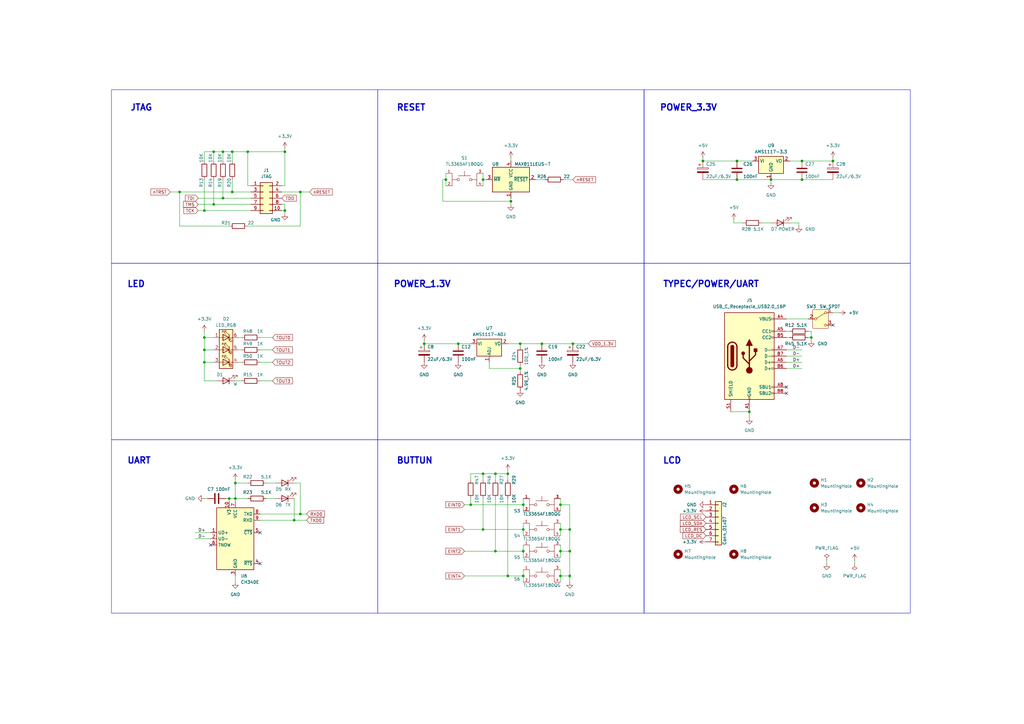
<source format=kicad_sch>
(kicad_sch (version 20230121) (generator eeschema)
  (paper "A3")
  (lib_symbols
    (symbol "Connector:USB_C_Receptacle_USB2.0_16P" (pin_names (offset 1.016))
      (property "Reference" "J" (at 0 22.225 0))
      (property "Value" "USB_C_Receptacle_USB2.0_16P" (at 0 19.685 0))
      (symbol "USB_C_Receptacle_USB2.0_16P_1_1"
        (pin passive line (at 0 -22.86 90) (length 5.08) (name "GND") (number "A1"))
        (pin passive line (at 0 -22.86 90) (length 5.08) hide (name "GND") (number "A12"))
        (pin passive line (at 15.24 15.24 180) (length 5.08) (name "VBUS") (number "A4"))
        (pin bidirectional line (at 15.24 10.16 180) (length 5.08) (name "CC1") (number "A5"))
        (pin bidirectional line (at 15.24 -2.54 180) (length 5.08) (name "D+") (number "A6"))
        (pin bidirectional line (at 15.24 2.54 180) (length 5.08) (name "D-") (number "A7"))
        (pin bidirectional line (at 15.24 -12.7 180) (length 5.08) (name "SBU1") (number "A8"))
        (pin passive line (at 15.24 15.24 180) (length 5.08) hide (name "VBUS") (number "A9"))
        (pin passive line (at 0 -22.86 90) (length 5.08) hide (name "GND") (number "B1"))
        (pin passive line (at 0 -22.86 90) (length 5.08) hide (name "GND") (number "B12"))
        (pin passive line (at 15.24 15.24 180) (length 5.08) hide (name "VBUS") (number "B4"))
        (pin bidirectional line (at 15.24 7.62 180) (length 5.08) (name "CC2") (number "B5"))
        (pin bidirectional line (at 15.24 -5.08 180) (length 5.08) (name "D+") (number "B6"))
        (pin bidirectional line (at 15.24 0 180) (length 5.08) (name "D-") (number "B7"))
        (pin bidirectional line (at 15.24 -15.24 180) (length 5.08) (name "SBU2") (number "B8"))
        (pin passive line (at 15.24 15.24 180) (length 5.08) hide (name "VBUS") (number "B9"))
        (pin passive line (at -7.62 -22.86 90) (length 5.08) (name "SHIELD") (number "S1"))
      )
    )
    (symbol "Connector_Generic:Conn_01x07" (pin_names (offset 1.016) hide)
      (property "Reference" "J" (at 0 10.16 0))
      (property "Value" "Conn_01x07" (at 0 -10.16 0))
      (symbol "Conn_01x07_1_1"
        (pin passive line (at -5.08 7.62 0) (length 3.81) (name "Pin_1") (number "1"))
        (pin passive line (at -5.08 5.08 0) (length 3.81) (name "Pin_2") (number "2"))
        (pin passive line (at -5.08 2.54 0) (length 3.81) (name "Pin_3") (number "3"))
        (pin passive line (at -5.08 0 0) (length 3.81) (name "Pin_4") (number "4"))
        (pin passive line (at -5.08 -2.54 0) (length 3.81) (name "Pin_5") (number "5"))
        (pin passive line (at -5.08 -5.08 0) (length 3.81) (name "Pin_6") (number "6"))
        (pin passive line (at -5.08 -7.62 0) (length 3.81) (name "Pin_7") (number "7"))
      )
    )
    (symbol "Connector_Generic:Conn_02x05_Odd_Even" (pin_names (offset 1.016) hide)
      (property "Reference" "J" (at 1.27 7.62 0))
      (property "Value" "Conn_02x05_Odd_Even" (at 1.27 -7.62 0))
      (symbol "Conn_02x05_Odd_Even_1_1"
        (pin passive line (at -5.08 5.08 0) (length 3.81) (name "Pin_1") (number "1"))
        (pin passive line (at 7.62 -5.08 180) (length 3.81) (name "Pin_10") (number "10"))
        (pin passive line (at 7.62 5.08 180) (length 3.81) (name "Pin_2") (number "2"))
        (pin passive line (at -5.08 2.54 0) (length 3.81) (name "Pin_3") (number "3"))
        (pin passive line (at 7.62 2.54 180) (length 3.81) (name "Pin_4") (number "4"))
        (pin passive line (at -5.08 0 0) (length 3.81) (name "Pin_5") (number "5"))
        (pin passive line (at 7.62 0 180) (length 3.81) (name "Pin_6") (number "6"))
        (pin passive line (at -5.08 -2.54 0) (length 3.81) (name "Pin_7") (number "7"))
        (pin passive line (at 7.62 -2.54 180) (length 3.81) (name "Pin_8") (number "8"))
        (pin passive line (at -5.08 -5.08 0) (length 3.81) (name "Pin_9") (number "9"))
      )
    )
    (symbol "Device:C" (pin_numbers hide) (pin_names (offset 0.254))
      (property "Reference" "C" (at 0.635 2.54 0))
      (property "Value" "C" (at 0.635 -2.54 0))
      (symbol "C_1_1"
        (pin passive line (at 0 3.81 270) (length 2.794) (name "~") (number "1"))
        (pin passive line (at 0 -3.81 90) (length 2.794) (name "~") (number "2"))
      )
    )
    (symbol "Device:C_Polarized" (pin_numbers hide) (pin_names (offset 0.254))
      (property "Reference" "C" (at 0.635 2.54 0))
      (property "Value" "C_Polarized" (at 0.635 -2.54 0))
      (symbol "C_Polarized_1_1"
        (pin passive line (at 0 3.81 270) (length 2.794) (name "~") (number "1"))
        (pin passive line (at 0 -3.81 90) (length 2.794) (name "~") (number "2"))
      )
    )
    (symbol "Device:LED" (pin_numbers hide) (pin_names (offset 1.016) hide)
      (property "Reference" "D" (at 0 2.54 0))
      (property "Value" "LED" (at 0 -2.54 0))
      (symbol "LED_1_1"
        (pin passive line (at -3.81 0 0) (length 2.54) (name "K") (number "1"))
        (pin passive line (at 3.81 0 180) (length 2.54) (name "A") (number "2"))
      )
    )
    (symbol "Device:LED_RGB" (pin_names (offset 0) hide)
      (property "Reference" "D2" (at 0 12.7 0))
      (property "Value" "LED_RGB" (at 0 10.16 0))
      (symbol "LED_RGB_0_0"
        (text "B" (at 1.905 -6.35 0) (effects (font (size 1.27 1.27))))
        (text "G" (at 1.9812 3.9116 0) (effects (font (size 1.27 1.27))))
        (text "R" (at 1.9812 -1.27 0) (effects (font (size 1.27 1.27))))
      )
      (symbol "LED_RGB_1_1"
        (pin passive line (at -5.08 5.08 0) (length 2.54) (name "GA") (number "1"))
        (pin passive line (at -5.08 0 0) (length 2.54) (name "RA") (number "2"))
        (pin passive line (at -5.08 -5.08 0) (length 2.54) (name "BA") (number "3"))
        (pin passive line (at 5.08 -5.08 180) (length 2.54) (name "BK") (number "4"))
        (pin passive line (at 5.08 0 180) (length 2.54) (name "RK") (number "5"))
        (pin passive line (at 5.08 5.08 180) (length 2.54) (name "GK") (number "6"))
      )
    )
    (symbol "Device:R" (pin_numbers hide) (pin_names (offset 0))
      (property "Reference" "R" (at 2.032 0 90))
      (property "Value" "R" (at 0 0 90))
      (symbol "R_1_1"
        (pin passive line (at 0 3.81 270) (length 1.27) (name "~") (number "1"))
        (pin passive line (at 0 -3.81 90) (length 1.27) (name "~") (number "2"))
      )
    )
    (symbol "Interface_USB:CH340E"
      (property "Reference" "U" (at -5.08 13.97 0))
      (property "Value" "CH340E" (at 1.27 13.97 0))
      (symbol "CH340E_1_1"
        (pin bidirectional line (at -10.16 2.54 0) (length 2.54) (name "UD+") (number "1"))
        (pin passive line (at -2.54 15.24 270) (length 2.54) (name "V3") (number "10"))
        (pin bidirectional line (at -10.16 0 0) (length 2.54) (name "UD-") (number "2"))
        (pin power_in line (at 0 -15.24 90) (length 2.54) (name "GND") (number "3"))
        (pin output line (at 10.16 -10.16 180) (length 2.54) (name "~{RTS}") (number "4"))
        (pin input line (at 10.16 2.54 180) (length 2.54) (name "~{CTS}") (number "5"))
        (pin output line (at -10.16 -2.54 0) (length 2.54) (name "TNOW") (number "6"))
        (pin power_in line (at 0 15.24 270) (length 2.54) (name "VCC") (number "7"))
        (pin output line (at 10.16 10.16 180) (length 2.54) (name "TXD") (number "8"))
        (pin input line (at 10.16 7.62 180) (length 2.54) (name "RXD") (number "9"))
      )
    )
    (symbol "Mechanical:MountingHole" (pin_names (offset 1.016))
      (property "Reference" "H" (at 0 5.08 0))
      (property "Value" "MountingHole" (at 0 3.175 0))
    )
    (symbol "Power_Supervisor:MAX811LEUS-T"
      (property "Reference" "U" (at -7.62 6.35 0))
      (property "Value" "MAX811LEUS-T" (at 1.27 6.35 0))
      (symbol "MAX811LEUS-T_1_1"
        (pin power_in line (at 0 -7.62 90) (length 2.54) (name "GND") (number "1"))
        (pin output line (at 10.16 0 180) (length 2.54) (name "~{RESET}") (number "2"))
        (pin input line (at -10.16 0 0) (length 2.54) (name "~{MR}") (number "3"))
        (pin power_in line (at 0 7.62 270) (length 2.54) (name "VCC") (number "4"))
      )
    )
    (symbol "Regulator_Linear:AMS1117-3.3"
      (property "Reference" "U" (at -3.81 3.175 0))
      (property "Value" "AMS1117-3.3" (at 0 3.175 0))
      (symbol "AMS1117-3.3_1_1"
        (pin power_in line (at 0 -7.62 90) (length 2.54) (name "GND") (number "1"))
        (pin power_out line (at 7.62 0 180) (length 2.54) (name "VO") (number "2"))
        (pin power_in line (at -7.62 0 0) (length 2.54) (name "VI") (number "3"))
      )
    )
    (symbol "Regulator_Linear:AZ1117R-ADJ" (pin_names (offset 0.254))
      (property "Reference" "U" (at -3.81 3.175 0))
      (property "Value" "AZ1117R-ADJ" (at 0 3.175 0))
      (symbol "AZ1117R-ADJ_1_1"
        (pin input line (at 0 -7.62 90) (length 2.54) (name "ADJ") (number "1"))
        (pin power_out line (at 7.62 0 180) (length 2.54) (name "VO") (number "2"))
        (pin power_in line (at -7.62 0 0) (length 2.54) (name "VI") (number "3"))
      )
    )
    (symbol "Switch:SW_SPDT" (pin_names (offset 0) hide)
      (property "Reference" "SW" (at 0 5.08 0))
      (property "Value" "SW_SPDT" (at 0 -5.08 0))
      (symbol "SW_SPDT_1_1"
        (pin passive line (at 5.08 2.54 180) (length 2.54) (name "A") (number "1"))
        (pin passive line (at -5.08 0 0) (length 2.54) (name "B") (number "2"))
        (pin passive line (at 5.08 -2.54 180) (length 2.54) (name "C") (number "3"))
      )
    )
    (symbol "TL3365AF180QG:TL3365AF180QG" (pin_names (offset 1.016))
      (property "Reference" "S" (at -5.08 5.08 0))
      (property "Value" "TL3365AF180QG" (at -5.08 -5.08 0))
      (symbol "TL3365AF180QG_0_0"
        (pin passive line (at -7.62 2.54 0) (length 2.54) (name "~") (number "1"))
        (pin passive line (at -7.62 -2.54 0) (length 2.54) (name "~") (number "2"))
        (pin passive line (at 7.62 2.54 180) (length 2.54) (name "~") (number "3"))
        (pin passive line (at 7.62 -2.54 180) (length 2.54) (name "~") (number "4"))
      )
    )
    (symbol "power:+3.3V" (power) (pin_names (offset 0))
      (property "Value" "+3.3V" (at 0 3.556 0))
      (symbol "+3.3V_1_1"
        (pin power_in line (at 0 0 90) (length 0) hide (name "+3.3V") (number "1"))
      )
    )
    (symbol "power:+5V" (power) (pin_names (offset 0))
      (property "Value" "+5V" (at 0 3.556 0))
      (symbol "+5V_1_1"
        (pin power_in line (at 0 0 90) (length 0) hide (name "+5V") (number "1"))
      )
    )
    (symbol "power:GND" (power) (pin_names (offset 0))
      (property "Value" "GND" (at 0 -3.81 0))
      (symbol "GND_1_1"
        (pin power_in line (at 0 0 270) (length 0) hide (name "GND") (number "1"))
      )
    )
    (symbol "power:PWR_FLAG" (power) (pin_numbers hide) (pin_names (offset 0) hide)
      (property "Value" "PWR_FLAG" (at 0 3.81 0))
      (symbol "PWR_FLAG_0_0"
        (pin power_out line (at 0 0 90) (length 0) (name "pwr") (number "1"))
      )
    )
  )
  (junction (at 116.84 62.23))
  (junction (at 233.68 217.17))
  (junction (at 93.98 204.47))
  (junction (at 193.04 207.01))
  (junction (at 187.96 140.97))
  (junction (at 229.87 226.06))
  (junction (at 83.82 148.59))
  (junction (at 91.44 62.23))
  (junction (at 95.25 78.74))
  (junction (at 203.2 194.31))
  (junction (at 96.52 198.12))
  (junction (at 120.65 213.36))
  (junction (at 229.87 236.22))
  (junction (at 123.19 78.74))
  (junction (at 222.25 140.97))
  (junction (at 203.2 226.06))
  (junction (at 95.25 62.23))
  (junction (at 214.63 207.01))
  (junction (at 328.93 73.66))
  (junction (at 229.87 217.17))
  (junction (at 116.84 86.36))
  (junction (at 229.87 207.01))
  (junction (at 233.68 236.22))
  (junction (at 307.34 168.91))
  (junction (at 208.28 236.22))
  (junction (at 87.63 83.82))
  (junction (at 182.88 73.66))
  (junction (at 233.68 226.06))
  (junction (at 96.52 204.47))
  (junction (at 341.63 66.04))
  (junction (at 332.74 138.43))
  (junction (at 83.82 143.51))
  (junction (at 302.26 73.66))
  (junction (at 123.19 210.82))
  (junction (at 198.12 73.66))
  (junction (at 73.66 78.74))
  (junction (at 83.82 138.43))
  (junction (at 214.63 217.17))
  (junction (at 214.63 236.22))
  (junction (at 213.36 151.13))
  (junction (at 213.36 140.97))
  (junction (at 101.6 62.23))
  (junction (at 234.95 140.97))
  (junction (at 173.99 140.97))
  (junction (at 302.26 66.04))
  (junction (at 198.12 194.31))
  (junction (at 328.93 66.04))
  (junction (at 209.55 82.55))
  (junction (at 288.29 66.04))
  (junction (at 198.12 217.17))
  (junction (at 208.28 194.31))
  (junction (at 91.44 81.28))
  (junction (at 83.82 86.36))
  (junction (at 316.23 73.66))
  (junction (at 214.63 226.06))
  (junction (at 87.63 62.23))
  (no_connect (at 322.58 161.29))
  (no_connect (at 341.63 133.35))
  (no_connect (at 106.68 218.44))
  (no_connect (at 322.58 158.75))
  (no_connect (at 86.36 223.52))
  (no_connect (at 106.68 231.14))
  (wire (pts (xy 328.93 66.04) (xy 341.63 66.04)))
  (wire (pts (xy 96.52 204.47) (xy 101.6 204.47)))
  (wire (pts (xy 193.04 194.31) (xy 198.12 194.31)))
  (wire (pts (xy 229.87 207.01) (xy 229.87 209.55)))
  (wire (pts (xy 115.57 83.82) (xy 116.84 83.82)))
  (wire (pts (xy 193.04 204.47) (xy 193.04 207.01)))
  (wire (pts (xy 95.25 73.66) (xy 95.25 78.74)))
  (wire (pts (xy 73.66 78.74) (xy 73.66 92.71)))
  (wire (pts (xy 95.25 62.23) (xy 101.6 62.23)))
  (wire (pts (xy 111.76 148.59) (xy 106.68 148.59)))
  (wire (pts (xy 101.6 62.23) (xy 116.84 62.23)))
  (wire (pts (xy 214.63 226.06) (xy 214.63 228.6)))
  (wire (pts (xy 350.52 231.14) (xy 350.52 229.87)))
  (wire (pts (xy 213.36 151.13) (xy 213.36 149.86)))
  (wire (pts (xy 213.36 140.97) (xy 213.36 142.24)))
  (wire (pts (xy 106.68 210.82) (xy 123.19 210.82)))
  (wire (pts (xy 83.82 138.43) (xy 87.63 138.43)))
  (wire (pts (xy 123.19 92.71) (xy 123.19 78.74)))
  (wire (pts (xy 83.82 143.51) (xy 83.82 148.59)))
  (wire (pts (xy 111.76 156.21) (xy 106.68 156.21)))
  (wire (pts (xy 332.74 135.89) (xy 332.74 138.43)))
  (wire (pts (xy 73.66 78.74) (xy 95.25 78.74)))
  (wire (pts (xy 312.42 91.44) (xy 316.23 91.44)))
  (wire (pts (xy 115.57 78.74) (xy 123.19 78.74)))
  (wire (pts (xy 99.06 143.51) (xy 97.79 143.51)))
  (wire (pts (xy 300.99 90.17) (xy 300.99 91.44)))
  (wire (pts (xy 233.68 217.17) (xy 233.68 226.06)))
  (wire (pts (xy 198.12 217.17) (xy 214.63 217.17)))
  (wire (pts (xy 96.52 198.12) (xy 96.52 204.47)))
  (wire (pts (xy 327.66 91.44) (xy 323.85 91.44)))
  (wire (pts (xy 96.52 236.22) (xy 96.52 238.76)))
  (wire (pts (xy 300.99 91.44) (xy 304.8 91.44)))
  (wire (pts (xy 83.82 62.23) (xy 87.63 62.23)))
  (wire (pts (xy 229.87 226.06) (xy 233.68 226.06)))
  (wire (pts (xy 91.44 73.66) (xy 91.44 81.28)))
  (wire (pts (xy 229.87 214.63) (xy 229.87 217.17)))
  (wire (pts (xy 341.63 64.77) (xy 341.63 66.04)))
  (wire (pts (xy 332.74 138.43) (xy 331.47 138.43)))
  (wire (pts (xy 83.82 204.47) (xy 85.09 204.47)))
  (wire (pts (xy 83.82 73.66) (xy 83.82 86.36)))
  (wire (pts (xy 214.63 233.68) (xy 214.63 236.22)))
  (wire (pts (xy 123.19 78.74) (xy 127 78.74)))
  (wire (pts (xy 302.26 66.04) (xy 308.61 66.04)))
  (wire (pts (xy 87.63 62.23) (xy 91.44 62.23)))
  (wire (pts (xy 83.82 148.59) (xy 83.82 156.21)))
  (wire (pts (xy 307.34 171.45) (xy 307.34 168.91)))
  (wire (pts (xy 81.28 81.28) (xy 91.44 81.28)))
  (wire (pts (xy 208.28 140.97) (xy 213.36 140.97)))
  (wire (pts (xy 198.12 73.66) (xy 198.12 76.2)))
  (wire (pts (xy 233.68 207.01) (xy 233.68 217.17)))
  (wire (pts (xy 208.28 204.47) (xy 208.28 236.22)))
  (wire (pts (xy 198.12 196.85) (xy 198.12 194.31)))
  (wire (pts (xy 229.87 217.17) (xy 229.87 219.71)))
  (wire (pts (xy 332.74 138.43) (xy 332.74 139.7)))
  (wire (pts (xy 203.2 194.31) (xy 203.2 196.85)))
  (wire (pts (xy 91.44 66.04) (xy 91.44 62.23)))
  (wire (pts (xy 233.68 226.06) (xy 233.68 236.22)))
  (wire (pts (xy 344.17 128.27) (xy 341.63 128.27)))
  (wire (pts (xy 93.98 205.74) (xy 93.98 204.47)))
  (wire (pts (xy 288.29 73.66) (xy 302.26 73.66)))
  (wire (pts (xy 92.71 204.47) (xy 93.98 204.47)))
  (wire (pts (xy 123.19 198.12) (xy 120.65 198.12)))
  (wire (pts (xy 95.25 78.74) (xy 102.87 78.74)))
  (wire (pts (xy 322.58 148.59) (xy 328.93 148.59)))
  (wire (pts (xy 80.01 218.44) (xy 86.36 218.44)))
  (wire (pts (xy 328.93 73.66) (xy 341.63 73.66)))
  (wire (pts (xy 302.26 73.66) (xy 316.23 73.66)))
  (wire (pts (xy 83.82 138.43) (xy 83.82 143.51)))
  (wire (pts (xy 203.2 194.31) (xy 208.28 194.31)))
  (wire (pts (xy 322.58 151.13) (xy 328.93 151.13)))
  (wire (pts (xy 322.58 143.51) (xy 328.93 143.51)))
  (wire (pts (xy 229.87 207.01) (xy 233.68 207.01)))
  (wire (pts (xy 69.85 78.74) (xy 73.66 78.74)))
  (wire (pts (xy 209.55 82.55) (xy 209.55 83.82)))
  (wire (pts (xy 123.19 198.12) (xy 123.19 210.82)))
  (wire (pts (xy 213.36 140.97) (xy 222.25 140.97)))
  (wire (pts (xy 83.82 86.36) (xy 102.87 86.36)))
  (wire (pts (xy 208.28 194.31) (xy 208.28 196.85)))
  (wire (pts (xy 87.63 73.66) (xy 87.63 83.82)))
  (wire (pts (xy 219.71 73.66) (xy 223.52 73.66)))
  (wire (pts (xy 299.72 168.91) (xy 307.34 168.91)))
  (wire (pts (xy 102.87 76.2) (xy 101.6 76.2)))
  (wire (pts (xy 327.66 91.44) (xy 327.66 92.71)))
  (wire (pts (xy 214.63 204.47) (xy 214.63 207.01)))
  (wire (pts (xy 83.82 143.51) (xy 87.63 143.51)))
  (wire (pts (xy 198.12 71.12) (xy 198.12 73.66)))
  (wire (pts (xy 87.63 83.82) (xy 102.87 83.82)))
  (wire (pts (xy 96.52 198.12) (xy 101.6 198.12)))
  (wire (pts (xy 106.68 213.36) (xy 120.65 213.36)))
  (wire (pts (xy 214.63 207.01) (xy 214.63 209.55)))
  (wire (pts (xy 198.12 194.31) (xy 203.2 194.31)))
  (wire (pts (xy 123.19 210.82) (xy 125.73 210.82)))
  (wire (pts (xy 229.87 223.52) (xy 229.87 226.06)))
  (wire (pts (xy 116.84 60.96) (xy 116.84 62.23)))
  (wire (pts (xy 99.06 138.43) (xy 97.79 138.43)))
  (wire (pts (xy 96.52 196.85) (xy 96.52 198.12)))
  (wire (pts (xy 83.82 135.89) (xy 83.82 138.43)))
  (wire (pts (xy 181.61 82.55) (xy 209.55 82.55)))
  (wire (pts (xy 203.2 226.06) (xy 214.63 226.06)))
  (wire (pts (xy 95.25 62.23) (xy 91.44 62.23)))
  (wire (pts (xy 93.98 204.47) (xy 96.52 204.47)))
  (wire (pts (xy 83.82 148.59) (xy 87.63 148.59)))
  (wire (pts (xy 99.06 148.59) (xy 97.79 148.59)))
  (wire (pts (xy 193.04 207.01) (xy 214.63 207.01)))
  (wire (pts (xy 233.68 236.22) (xy 229.87 236.22)))
  (wire (pts (xy 288.29 66.04) (xy 302.26 66.04)))
  (wire (pts (xy 116.84 62.23) (xy 116.84 76.2)))
  (wire (pts (xy 83.82 62.23) (xy 83.82 66.04)))
  (wire (pts (xy 229.87 236.22) (xy 229.87 238.76)))
  (wire (pts (xy 288.29 64.77) (xy 288.29 66.04)))
  (wire (pts (xy 214.63 214.63) (xy 214.63 217.17)))
  (wire (pts (xy 182.88 71.12) (xy 182.88 73.66)))
  (wire (pts (xy 190.5 226.06) (xy 203.2 226.06)))
  (wire (pts (xy 233.68 238.76) (xy 233.68 236.22)))
  (wire (pts (xy 116.84 83.82) (xy 116.84 86.36)))
  (wire (pts (xy 190.5 236.22) (xy 208.28 236.22)))
  (wire (pts (xy 198.12 73.66) (xy 199.39 73.66)))
  (wire (pts (xy 182.88 73.66) (xy 182.88 76.2)))
  (wire (pts (xy 73.66 92.71) (xy 93.98 92.71)))
  (wire (pts (xy 181.61 73.66) (xy 181.61 82.55)))
  (wire (pts (xy 190.5 207.01) (xy 193.04 207.01)))
  (wire (pts (xy 214.63 223.52) (xy 214.63 226.06)))
  (wire (pts (xy 109.22 198.12) (xy 113.03 198.12)))
  (wire (pts (xy 213.36 151.13) (xy 213.36 152.4)))
  (wire (pts (xy 116.84 87.63) (xy 116.84 86.36)))
  (wire (pts (xy 173.99 140.97) (xy 187.96 140.97)))
  (wire (pts (xy 200.66 148.59) (xy 200.66 151.13)))
  (wire (pts (xy 198.12 204.47) (xy 198.12 217.17)))
  (wire (pts (xy 109.22 204.47) (xy 113.03 204.47)))
  (wire (pts (xy 214.63 217.17) (xy 214.63 219.71)))
  (wire (pts (xy 101.6 62.23) (xy 101.6 76.2)))
  (wire (pts (xy 173.99 139.7) (xy 173.99 140.97)))
  (wire (pts (xy 339.09 231.14) (xy 339.09 229.87)))
  (wire (pts (xy 331.47 135.89) (xy 332.74 135.89)))
  (wire (pts (xy 208.28 236.22) (xy 214.63 236.22)))
  (wire (pts (xy 193.04 196.85) (xy 193.04 194.31)))
  (wire (pts (xy 95.25 66.04) (xy 95.25 62.23)))
  (wire (pts (xy 229.87 226.06) (xy 229.87 228.6)))
  (wire (pts (xy 181.61 73.66) (xy 182.88 73.66)))
  (wire (pts (xy 322.58 146.05) (xy 328.93 146.05)))
  (wire (pts (xy 116.84 86.36) (xy 115.57 86.36)))
  (wire (pts (xy 322.58 130.81) (xy 331.47 130.81)))
  (wire (pts (xy 209.55 81.28) (xy 209.55 82.55)))
  (wire (pts (xy 115.57 76.2) (xy 116.84 76.2)))
  (wire (pts (xy 322.58 138.43) (xy 323.85 138.43)))
  (wire (pts (xy 208.28 193.04) (xy 208.28 194.31)))
  (wire (pts (xy 190.5 217.17) (xy 198.12 217.17)))
  (wire (pts (xy 234.95 140.97) (xy 241.3 140.97)))
  (wire (pts (xy 209.55 64.77) (xy 209.55 66.04)))
  (wire (pts (xy 203.2 204.47) (xy 203.2 226.06)))
  (wire (pts (xy 91.44 81.28) (xy 102.87 81.28)))
  (wire (pts (xy 96.52 156.21) (xy 99.06 156.21)))
  (wire (pts (xy 316.23 74.93) (xy 316.23 73.66)))
  (wire (pts (xy 214.63 236.22) (xy 214.63 238.76)))
  (wire (pts (xy 111.76 143.51) (xy 106.68 143.51)))
  (wire (pts (xy 323.85 66.04) (xy 328.93 66.04)))
  (wire (pts (xy 81.28 83.82) (xy 87.63 83.82)))
  (wire (pts (xy 120.65 213.36) (xy 125.73 213.36)))
  (wire (pts (xy 233.68 217.17) (xy 229.87 217.17)))
  (wire (pts (xy 222.25 140.97) (xy 234.95 140.97)))
  (wire (pts (xy 316.23 73.66) (xy 328.93 73.66)))
  (wire (pts (xy 111.76 138.43) (xy 106.68 138.43)))
  (wire (pts (xy 200.66 151.13) (xy 213.36 151.13)))
  (wire (pts (xy 229.87 204.47) (xy 229.87 207.01)))
  (wire (pts (xy 87.63 62.23) (xy 87.63 66.04)))
  (wire (pts (xy 80.01 220.98) (xy 86.36 220.98)))
  (wire (pts (xy 234.95 73.66) (xy 231.14 73.66)))
  (wire (pts (xy 187.96 140.97) (xy 193.04 140.97)))
  (wire (pts (xy 120.65 204.47) (xy 120.65 213.36)))
  (wire (pts (xy 81.28 86.36) (xy 83.82 86.36)))
  (wire (pts (xy 83.82 156.21) (xy 88.9 156.21)))
  (wire (pts (xy 323.85 135.89) (xy 322.58 135.89)))
  (wire (pts (xy 96.52 204.47) (xy 96.52 205.74)))
  (wire (pts (xy 229.87 233.68) (xy 229.87 236.22)))
  (wire (pts (xy 101.6 92.71) (xy 123.19 92.71)))
  (rectangle (start 154.94 180.34) (end 264.16 251.46))
  (rectangle (start 264.16 180.34) (end 373.38 251.46))
  (rectangle (start 45.72 180.34) (end 154.94 251.46))
  (rectangle (start 45.72 107.95) (end 154.94 180.34))
  (rectangle (start 264.16 107.95) (end 373.38 180.34))
  (rectangle (start 45.72 36.83) (end 154.94 107.95))
  (rectangle (start 264.16 36.83) (end 373.38 107.95))
  (rectangle (start 154.94 36.83) (end 264.16 107.95))
  (rectangle (start 154.94 107.95) (end 264.16 180.34))
  (text "TYPEC/POWER/UART" (at 271.78 118.11 0) (effects (font (size 2.54 2.54) (thickness 0.508) bold) (justify left bottom)))
  (text "POWER_3.3V" (at 270.51 45.72 0) (effects (font (size 2.54 2.54) (thickness 0.508) bold) (justify left bottom)))
  (text "POWER_1.3V" (at 161.29 118.11 0) (effects (font (size 2.54 2.54) (thickness 0.508) bold) (justify left bottom)))
  (text "BUTTUN" (at 162.56 190.5 0) (effects (font (size 2.54 2.54) (thickness 0.508) bold) (justify left bottom)))
  (text "LED" (at 52.07 118.11 0) (effects (font (size 2.54 2.54) (thickness 0.508) bold) (justify left bottom)))
  (text "UART" (at 52.07 190.5 0) (effects (font (size 2.54 2.54) (thickness 0.508) bold) (justify left bottom)))
  (text "RESET" (at 162.56 45.72 0) (effects (font (size 2.54 2.54) (thickness 0.508) bold) (justify left bottom)))
  (text "LCD" (at 271.78 190.5 0) (effects (font (size 2.54 2.54) (thickness 0.508) bold) (justify left bottom)))
  (text "JTAG" (at 53.34 45.72 0) (effects (font (size 2.54 2.54) (thickness 0.508) bold) (justify left bottom)))
  (label "D-" (at 81.28 220.98 0))
  (label "D-" (at 325.12 143.51 0))
  (label "D-" (at 325.12 146.05 0))
  (label "D+" (at 81.28 218.44 0))
  (label "D+" (at 325.12 151.13 0))
  (label "D+" (at 325.12 148.59 0))
  (global_label "EINT0" (shape input) (at 190.5 207.01 180) (property "Intersheetrefs" "${INTERSHEET_REFS}" (effects hide)))
  (global_label "LCD_SCL" (shape input) (at 289.56 212.09 180) (property "Intersheetrefs" "${INTERSHEET_REFS}" (effects hide)))
  (global_label "nRESET" (shape input) (at 127 78.74 0) (property "Intersheetrefs" "${INTERSHEET_REFS}" (effects hide)))
  (global_label "nRESET" (shape input) (at 234.95 73.66 0) (property "Intersheetrefs" "${INTERSHEET_REFS}" (effects hide)))
  (global_label "LCD_SDA" (shape input) (at 289.56 214.63 180) (property "Intersheetrefs" "${INTERSHEET_REFS}" (effects hide)))
  (global_label "TMS" (shape input) (at 81.28 83.82 180) (property "Intersheetrefs" "${INTERSHEET_REFS}" (effects hide)))
  (global_label "TCK" (shape input) (at 81.28 86.36 180) (property "Intersheetrefs" "${INTERSHEET_REFS}" (effects hide)))
  (global_label "TOUT2" (shape input) (at 111.76 148.59 0) (property "Intersheetrefs" "${INTERSHEET_REFS}" (effects hide)))
  (global_label "TXD0" (shape input) (at 125.73 213.36 0) (property "Intersheetrefs" "${INTERSHEET_REFS}" (effects hide)))
  (global_label "LCD_DC" (shape input) (at 289.56 219.71 180) (property "Intersheetrefs" "${INTERSHEET_REFS}" (effects hide)))
  (global_label "EINT1" (shape input) (at 190.5 217.17 180) (property "Intersheetrefs" "${INTERSHEET_REFS}" (effects hide)))
  (global_label "TDO" (shape input) (at 115.57 81.28 0) (property "Intersheetrefs" "${INTERSHEET_REFS}" (effects hide)))
  (global_label "TOUT3" (shape input) (at 111.76 156.21 0) (property "Intersheetrefs" "${INTERSHEET_REFS}" (effects hide)))
  (global_label "EINT2" (shape input) (at 190.5 226.06 180) (property "Intersheetrefs" "${INTERSHEET_REFS}" (effects hide)))
  (global_label "TOUT1" (shape input) (at 111.76 143.51 0) (property "Intersheetrefs" "${INTERSHEET_REFS}" (effects hide)))
  (global_label "TDI" (shape input) (at 81.28 81.28 180) (property "Intersheetrefs" "${INTERSHEET_REFS}" (effects hide)))
  (global_label "EINT4" (shape input) (at 190.5 236.22 180) (property "Intersheetrefs" "${INTERSHEET_REFS}" (effects hide)))
  (global_label "LCD_RES" (shape input) (at 289.56 217.17 180) (property "Intersheetrefs" "${INTERSHEET_REFS}" (effects hide)))
  (global_label "VDD_1.3V" (shape input) (at 241.3 140.97 0) (property "Intersheetrefs" "${INTERSHEET_REFS}" (effects hide)))
  (global_label "nTRST" (shape input) (at 69.85 78.74 180) (property "Intersheetrefs" "${INTERSHEET_REFS}" (effects hide)))
  (global_label "TOUT0" (shape input) (at 111.76 138.43 0) (property "Intersheetrefs" "${INTERSHEET_REFS}" (effects hide)))
  (global_label "RXD0" (shape input) (at 125.73 210.82 0) (property "Intersheetrefs" "${INTERSHEET_REFS}" (effects hide)))
  (symbol (lib_id "Interface_USB:CH340E") (at 96.52 220.98 0) (unit 1)
    (property "Reference" "U6" (at 98.7141 236.22 0) (effects (justify left)))
    (property "Value" "CH340E" (at 98.7141 238.76 0) (effects (justify left)))
    (property "Footprint" "Package_SO:MSOP-10_3x3mm_P0.5mm" (effects hide))
    (property "Datasheet" "https://www.mpja.com/download/35227cpdata.pdf" (effects hide))
  )
  (symbol (lib_id "Mechanical:MountingHole") (at 353.06 208.28 0) (unit 1)
    (property "Reference" "H4" (at 355.6 207.01 0) (effects (justify left)))
    (property "Value" "MountingHole" (at 355.6 209.55 0) (effects (justify left)))
    (property "Footprint" "MountingHole:MountingHole_2.2mm_M2_DIN965_Pad" (effects hide))
  )
  (symbol (lib_id "Regulator_Linear:AMS1117-3.3") (at 316.23 66.04 0) (unit 1)
    (property "Reference" "U9" (at 316.23 59.69 0))
    (property "Value" "AMS1117-3.3" (at 316.23 62.23 0))
    (property "Footprint" "Package_TO_SOT_SMD:SOT-223-3_TabPin2" (effects hide))
    (property "Datasheet" "http://www.advanced-monolithic.com/pdf/ds1117.pdf" (effects hide))
  )
  (symbol (lib_id "power:+3.3V") (at 96.52 196.85 0) (unit 1)
    (property "Reference" "#PWR029" (effects hide))
    (property "Value" "+3.3V" (at 96.52 191.77 0))
  )
  (symbol (lib_id "Connector_Generic:Conn_02x05_Odd_Even") (at 107.95 81.28 0) (unit 1)
    (property "Reference" "J1" (at 109.22 69.85 0))
    (property "Value" "JTAG" (at 109.22 72.39 0))
    (property "Footprint" "Connector_PinHeader_2.00mm:PinHeader_2x05_P2.00mm_Vertical" (effects hide))
  )
  (symbol (lib_id "Device:C_Polarized") (at 341.63 69.85 0) (unit 1)
    (property "Reference" "C28" (at 342.9 67.31 0) (effects (justify left)))
    (property "Value" "22uF/6.3V" (at 342.9 72.39 0) (effects (justify left)))
    (property "Footprint" "Capacitor_SMD:C_1206_3216Metric" (effects hide))
  )
  (symbol (lib_id "Device:R") (at 95.25 69.85 180) (unit 1)
    (property "Reference" "R20" (at 93.98 74.93 90))
    (property "Value" "10K" (at 93.98 64.77 90))
    (property "Footprint" "Resistor_SMD:R_0603_1608Metric" (effects hide))
  )
  (symbol (lib_id "TL3365AF180QG:TL3365AF180QG") (at 222.25 217.17 0) (unit 1)
    (property "Reference" "S4" (at 212.09 219.71 0))
    (property "Value" "TL3365AF180QG" (at 222.25 220.98 0))
    (property "Footprint" "lib_eins2440:SW_TL3365AF180QG" (effects hide))
    (property "MF" "E-Switch" (effects hide))
    (property "MAXIMUM_PACKAGE_HEIGHT" "2.5 mm" (effects hide))
    (property "Package" "None" (effects hide))
    (property "Price" "None" (effects hide))
    (property "Check_prices" "https://www.snapeda.com/parts/TL3365AF180QG/E-Switch/view-part/?ref=eda" (effects hide))
    (property "STANDARD" "Manufacturer Recommendations" (effects hide))
    (property "PARTREV" "A" (effects hide))
    (property "SnapEDA_Link" "https://www.snapeda.com/parts/TL3365AF180QG/E-Switch/view-part/?ref=snap" (effects hide))
    (property "MP" "TL3365AF180QG" (effects hide))
    (property "Purchase-URL" "https://www.snapeda.com/api/url_track_click_mouser/?unipart_id=2875166&manufacturer=E-Switch&part_name=TL3365AF180QG&search_term=tact switch" (effects hide))
    (property "Description" "\nTactile Switch SPST-NO Top Actuated Surface Mount\n" (effects hide))
    (property "MANUFACTURER" "E-Switch" (effects hide))
    (property "Availability" "In Stock" (effects hide))
    (property "SNAPEDA_PN" "TL3365AF180QG" (effects hide))
  )
  (symbol (lib_id "Switch:SW_SPDT") (at 336.55 130.81 0) (unit 1)
    (property "Reference" "SW3" (at 332.74 125.73 0))
    (property "Value" "SW_SPDT" (at 340.36 125.73 0))
    (property "Footprint" "Button_Switch_SMD:SW_SPDT_PCM12" (effects hide))
  )
  (symbol (lib_id "Device:C_Polarized") (at 173.99 144.78 0) (unit 1)
    (property "Reference" "C8" (at 175.26 142.24 0) (effects (justify left)))
    (property "Value" "22uF/6.3V" (at 175.26 147.32 0) (effects (justify left)))
    (property "Footprint" "Capacitor_SMD:C_1206_3216Metric" (effects hide))
  )
  (symbol (lib_id "Device:R") (at 83.82 69.85 180) (unit 1)
    (property "Reference" "R13" (at 82.55 74.93 90))
    (property "Value" "10K" (at 82.55 64.77 90))
    (property "Footprint" "Resistor_SMD:R_0603_1608Metric" (effects hide))
  )
  (symbol (lib_id "Device:R") (at 91.44 69.85 180) (unit 1)
    (property "Reference" "R19" (at 90.17 74.93 90))
    (property "Value" "10K" (at 90.17 64.77 90))
    (property "Footprint" "Resistor_SMD:R_0603_1608Metric" (effects hide))
  )
  (symbol (lib_id "Regulator_Linear:AZ1117R-ADJ") (at 200.66 140.97 0) (unit 1)
    (property "Reference" "U7" (at 200.66 134.62 0))
    (property "Value" "AMS1117-ADJ" (at 200.66 137.16 0))
    (property "Footprint" "Package_TO_SOT_SMD:SOT-89-3" (effects hide))
    (property "Datasheet" "https://www.diodes.com/assets/Datasheets/products_inactive_data/AZ1117.pdf" (effects hide))
  )
  (symbol (lib_id "Device:C_Polarized") (at 288.29 69.85 0) (unit 1)
    (property "Reference" "C25" (at 289.56 67.31 0) (effects (justify left)))
    (property "Value" "22uF/6.3V" (at 289.56 72.39 0) (effects (justify left)))
    (property "Footprint" "Capacitor_SMD:C_1206_3216Metric" (effects hide))
  )
  (symbol (lib_id "power:+3.3V") (at 341.63 64.77 0) (unit 1)
    (property "Reference" "#PWR053" (effects hide))
    (property "Value" "+3.3V" (at 341.63 59.69 0))
  )
  (symbol (lib_id "Device:R") (at 198.12 200.66 0) (unit 1)
    (property "Reference" "R46" (at 200.66 196.85 90))
    (property "Value" "10K" (at 200.66 204.47 90))
    (property "Footprint" "Resistor_SMD:R_0603_1608Metric" (effects hide))
  )
  (symbol (lib_id "Device:LED") (at 320.04 91.44 180) (unit 1)
    (property "Reference" "D7" (at 317.5 93.98 0))
    (property "Value" "POWER" (at 322.58 93.98 0))
    (property "Footprint" "LED_SMD:LED_0603_1608Metric" (effects hide))
  )
  (symbol (lib_id "power:GND") (at 187.96 148.59 0) (unit 1)
    (property "Reference" "#PWR038" (effects hide))
    (property "Value" "GND" (at 187.96 153.67 0))
  )
  (symbol (lib_id "Device:R") (at 87.63 69.85 180) (unit 1)
    (property "Reference" "R14" (at 86.36 74.93 90))
    (property "Value" "10K" (at 86.36 64.77 90))
    (property "Footprint" "Resistor_SMD:R_0603_1608Metric" (effects hide))
  )
  (symbol (lib_id "Device:R") (at 102.87 148.59 90) (unit 1)
    (property "Reference" "R50" (at 101.6 146.05 90))
    (property "Value" "1K" (at 106.68 146.05 90))
    (property "Footprint" "Resistor_SMD:R_0603_1608Metric" (effects hide))
  )
  (symbol (lib_id "power:GND") (at 289.56 207.01 270) (unit 1)
    (property "Reference" "#PWR046" (effects hide))
    (property "Value" "GND" (at 285.75 207.01 90) (effects (justify right)))
  )
  (symbol (lib_id "power:+5V") (at 288.29 64.77 0) (unit 1)
    (property "Reference" "#PWR045" (effects hide))
    (property "Value" "+5V" (at 288.29 59.69 0))
  )
  (symbol (lib_id "Device:C_Polarized") (at 234.95 144.78 0) (unit 1)
    (property "Reference" "C22" (at 236.22 142.24 0) (effects (justify left)))
    (property "Value" "22uF/6.3V" (at 236.22 147.32 0) (effects (justify left)))
    (property "Footprint" "Capacitor_SMD:C_1206_3216Metric" (effects hide))
  )
  (symbol (lib_id "Device:LED") (at 92.71 156.21 180) (unit 1)
    (property "Reference" "D1" (at 90.17 153.67 0))
    (property "Value" "W" (at 96.52 157.48 0))
    (property "Footprint" "LED_SMD:LED_1206_3216Metric" (effects hide))
  )
  (symbol (lib_id "Device:R") (at 102.87 138.43 90) (unit 1)
    (property "Reference" "R48" (at 101.6 135.89 90))
    (property "Value" "1K" (at 106.68 135.89 90))
    (property "Footprint" "Resistor_SMD:R_0603_1608Metric" (effects hide))
  )
  (symbol (lib_id "power:+3.3V") (at 289.56 222.25 90) (unit 1)
    (property "Reference" "#PWR071" (effects hide))
    (property "Value" "+3.3V" (at 285.75 222.25 90) (effects (justify left)))
  )
  (symbol (lib_id "Mechanical:MountingHole") (at 334.01 198.12 0) (unit 1)
    (property "Reference" "H1" (at 336.55 196.85 0) (effects (justify left)))
    (property "Value" "MountingHole" (at 336.55 199.39 0) (effects (justify left)))
    (property "Footprint" "MountingHole:MountingHole_2.2mm_M2_DIN965_Pad" (effects hide))
  )
  (symbol (lib_id "power:GND") (at 96.52 238.76 0) (unit 1)
    (property "Reference" "#PWR080" (effects hide))
    (property "Value" "GND" (at 96.52 243.84 0))
  )
  (symbol (lib_id "Device:LED_RGB") (at 92.71 143.51 0) (unit 1)
    (property "Reference" "D2" (at 92.71 130.81 0))
    (property "Value" "LED_RGB" (at 92.71 133.35 0))
    (property "Footprint" "LED_SMD:LED_RGB_5050-6" (effects hide))
  )
  (symbol (lib_id "Device:LED") (at 116.84 198.12 180) (unit 1)
    (property "Reference" "D5" (at 114.3 200.66 0))
    (property "Value" "RX" (at 118.11 200.66 0))
    (property "Footprint" "LED_SMD:LED_0603_1608Metric" (effects hide))
    (instances (project "eins2440" (path "" (reference "D5") (unit 1))) (project "8bit-v1.1" (path "" (reference "D34") (unit 1))))
  )
  (symbol (lib_id "Mechanical:MountingHole") (at 353.06 198.12 0) (unit 1)
    (property "Reference" "H2" (at 355.6 196.85 0) (effects (justify left)))
    (property "Value" "MountingHole" (at 355.6 199.39 0) (effects (justify left)))
    (property "Footprint" "MountingHole:MountingHole_2.2mm_M2_DIN965_Pad" (effects hide))
  )
  (symbol (lib_id "power:GND") (at 209.55 83.82 0) (unit 1)
    (property "Reference" "#PWR040" (effects hide))
    (property "Value" "GND" (at 209.55 88.9 0))
  )
  (symbol (lib_id "Device:R") (at 105.41 198.12 90) (unit 1)
    (property "Reference" "R22" (at 101.6 195.58 90))
    (property "Value" "5.1K" (at 109.22 195.58 90))
    (property "Footprint" "Resistor_SMD:R_0603_1608Metric" (effects hide))
  )
  (symbol (lib_id "power:GND") (at 327.66 92.71 0) (unit 1)
    (property "Reference" "#PWR050" (effects hide))
    (property "Value" "GND" (at 330.2 93.98 0) (effects (justify left)))
  )
  (symbol (lib_id "Connector:USB_C_Receptacle_USB2.0_16P") (at 307.34 146.05 0) (unit 1)
    (property "Reference" "J5" (at 307.34 123.19 0))
    (property "Value" "USB_C_Receptacle_USB2.0_16P" (at 307.34 125.73 0))
    (property "Footprint" "lib_eins2440:USB_C_Receptacle_XKB_U262-16XN-4BVC11" (effects hide))
    (property "Datasheet" "https://www.usb.org/sites/default/files/documents/usb_type-c.zip" (effects hide))
  )
  (symbol (lib_id "power:+3.3V") (at 173.99 139.7 0) (unit 1)
    (property "Reference" "#PWR033" (effects hide))
    (property "Value" "+3.3V" (at 173.99 134.62 0))
  )
  (symbol (lib_id "power:GND") (at 173.99 148.59 0) (unit 1)
    (property "Reference" "#PWR034" (effects hide))
    (property "Value" "GND" (at 173.99 153.67 0))
  )
  (symbol (lib_id "Mechanical:MountingHole") (at 300.99 200.66 0) (unit 1)
    (property "Reference" "H6" (at 303.53 199.39 0) (effects (justify left)))
    (property "Value" "MountingHole" (at 303.53 201.93 0) (effects (justify left)))
    (property "Footprint" "MountingHole:MountingHole_2.2mm_M2_DIN965_Pad" (effects hide))
  )
  (symbol (lib_id "power:PWR_FLAG") (at 350.52 231.14 180) (unit 1)
    (property "Reference" "#FLG02" (effects hide))
    (property "Value" "PWR_FLAG" (at 350.52 236.22 0))
  )
  (symbol (lib_id "Power_Supervisor:MAX811LEUS-T") (at 209.55 73.66 0) (unit 1)
    (property "Reference" "U8" (at 203.2 67.31 0))
    (property "Value" "MAX811LEUS-T" (at 218.44 67.31 0))
    (property "Footprint" "Package_TO_SOT_SMD:SOT-143" (effects hide))
    (property "Datasheet" "https://datasheets.maximintegrated.com/en/ds/MAX811-MAX812.pdf" (effects hide))
  )
  (symbol (lib_id "Device:R") (at 193.04 200.66 0) (unit 1)
    (property "Reference" "R47" (at 195.58 196.85 90))
    (property "Value" "10K" (at 195.58 204.47 90))
    (property "Footprint" "Resistor_SMD:R_0603_1608Metric" (effects hide))
  )
  (symbol (lib_id "Device:C") (at 187.96 144.78 0) (unit 1)
    (property "Reference" "C12" (at 189.23 142.24 0) (effects (justify left)))
    (property "Value" "100nF" (at 189.23 147.32 0) (effects (justify left)))
    (property "Footprint" "Capacitor_SMD:C_0603_1608Metric" (effects hide))
  )
  (symbol (lib_id "Device:R") (at 327.66 138.43 90) (unit 1)
    (property "Reference" "R45" (at 323.85 140.97 90))
    (property "Value" "5.1K" (at 328.93 140.97 90))
    (property "Footprint" "Resistor_SMD:R_0603_1608Metric" (effects hide))
  )
  (symbol (lib_id "Mechanical:MountingHole") (at 300.99 227.33 0) (unit 1)
    (property "Reference" "H8" (at 303.53 226.06 0) (effects (justify left)))
    (property "Value" "MountingHole" (at 303.53 228.6 0) (effects (justify left)))
    (property "Footprint" "MountingHole:MountingHole_2.2mm_M2_DIN965_Pad" (effects hide))
  )
  (symbol (lib_id "Mechanical:MountingHole") (at 278.13 200.66 0) (unit 1)
    (property "Reference" "H5" (at 280.67 199.39 0) (effects (justify left)))
    (property "Value" "MountingHole" (at 280.67 201.93 0) (effects (justify left)))
    (property "Footprint" "MountingHole:MountingHole_2.2mm_M2_DIN965_Pad" (effects hide))
  )
  (symbol (lib_id "Device:R") (at 102.87 156.21 90) (unit 1)
    (property "Reference" "R15" (at 101.6 153.67 90))
    (property "Value" "1K" (at 106.68 153.67 90))
    (property "Footprint" "Resistor_SMD:R_0603_1608Metric" (effects hide))
  )
  (symbol (lib_id "TL3365AF180QG:TL3365AF180QG") (at 190.5 73.66 0) (unit 1)
    (property "Reference" "S1" (at 190.5 64.77 0))
    (property "Value" "TL3365AF180QG" (at 190.5 67.31 0))
    (property "Footprint" "lib_eins2440:SW_TL3365AF180QG" (effects hide))
    (property "MF" "E-Switch" (effects hide))
    (property "MAXIMUM_PACKAGE_HEIGHT" "2.5 mm" (effects hide))
    (property "Package" "None" (effects hide))
    (property "Price" "None" (effects hide))
    (property "Check_prices" "https://www.snapeda.com/parts/TL3365AF180QG/E-Switch/view-part/?ref=eda" (effects hide))
    (property "STANDARD" "Manufacturer Recommendations" (effects hide))
    (property "PARTREV" "A" (effects hide))
    (property "SnapEDA_Link" "https://www.snapeda.com/parts/TL3365AF180QG/E-Switch/view-part/?ref=snap" (effects hide))
    (property "MP" "TL3365AF180QG" (effects hide))
    (property "Purchase-URL" "https://www.snapeda.com/api/url_track_click_mouser/?unipart_id=2875166&manufacturer=E-Switch&part_name=TL3365AF180QG&search_term=tact switch" (effects hide))
    (property "Description" "\nTactile Switch SPST-NO Top Actuated Surface Mount\n" (effects hide))
    (property "MANUFACTURER" "E-Switch" (effects hide))
    (property "Availability" "In Stock" (effects hide))
    (property "SNAPEDA_PN" "TL3365AF180QG" (effects hide))
  )
  (symbol (lib_id "power:PWR_FLAG") (at 339.09 229.87 0) (unit 1)
    (property "Reference" "#FLG01" (effects hide))
    (property "Value" "PWR_FLAG" (at 339.09 224.79 0))
  )
  (symbol (lib_id "Mechanical:MountingHole") (at 334.01 208.28 0) (unit 1)
    (property "Reference" "H3" (at 336.55 207.01 0) (effects (justify left)))
    (property "Value" "MountingHole" (at 336.55 209.55 0) (effects (justify left)))
    (property "Footprint" "MountingHole:MountingHole_2.2mm_M2_DIN965_Pad" (effects hide))
  )
  (symbol (lib_id "Device:C") (at 222.25 144.78 0) (unit 1)
    (property "Reference" "C19" (at 224.79 142.24 0) (effects (justify left)))
    (property "Value" "100nF" (at 224.79 147.32 0) (effects (justify left)))
    (property "Footprint" "Capacitor_SMD:C_0603_1608Metric" (effects hide))
  )
  (symbol (lib_id "Device:R") (at 227.33 73.66 90) (unit 1)
    (property "Reference" "R26" (at 222.25 72.39 90))
    (property "Value" "22" (at 232.41 72.39 90))
    (property "Footprint" "Resistor_SMD:R_0603_1608Metric" (effects hide))
  )
  (symbol (lib_id "Mechanical:MountingHole") (at 278.13 227.33 0) (unit 1)
    (property "Reference" "H7" (at 280.67 226.06 0) (effects (justify left)))
    (property "Value" "MountingHole" (at 280.67 228.6 0) (effects (justify left)))
    (property "Footprint" "MountingHole:MountingHole_2.2mm_M2_DIN965_Pad" (effects hide))
  )
  (symbol (lib_id "power:GND") (at 233.68 238.76 0) (unit 1)
    (property "Reference" "#PWR073" (effects hide))
    (property "Value" "GND" (at 233.68 243.84 0))
  )
  (symbol (lib_id "power:+5V") (at 344.17 128.27 270) (unit 1)
    (property "Reference" "#PWR072" (effects hide))
    (property "Value" "+5V" (at 347.98 128.27 90) (effects (justify left)))
  )
  (symbol (lib_id "TL3365AF180QG:TL3365AF180QG") (at 222.25 207.01 0) (unit 1)
    (property "Reference" "S3" (at 212.09 209.55 0))
    (property "Value" "TL3365AF180QG" (at 222.25 210.82 0))
    (property "Footprint" "lib_eins2440:SW_TL3365AF180QG" (effects hide))
    (property "MF" "E-Switch" (effects hide))
    (property "MAXIMUM_PACKAGE_HEIGHT" "2.5 mm" (effects hide))
    (property "Package" "None" (effects hide))
    (property "Price" "None" (effects hide))
    (property "Check_prices" "https://www.snapeda.com/parts/TL3365AF180QG/E-Switch/view-part/?ref=eda" (effects hide))
    (property "STANDARD" "Manufacturer Recommendations" (effects hide))
    (property "PARTREV" "A" (effects hide))
    (property "SnapEDA_Link" "https://www.snapeda.com/parts/TL3365AF180QG/E-Switch/view-part/?ref=snap" (effects hide))
    (property "MP" "TL3365AF180QG" (effects hide))
    (property "Purchase-URL" "https://www.snapeda.com/api/url_track_click_mouser/?unipart_id=2875166&manufacturer=E-Switch&part_name=TL3365AF180QG&search_term=tact switch" (effects hide))
    (property "Description" "\nTactile Switch SPST-NO Top Actuated Surface Mount\n" (effects hide))
    (property "MANUFACTURER" "E-Switch" (effects hide))
    (property "Availability" "In Stock" (effects hide))
    (property "SNAPEDA_PN" "TL3365AF180QG" (effects hide))
  )
  (symbol (lib_id "Device:R") (at 213.36 156.21 180) (unit 1)
    (property "Reference" "R25" (at 210.82 156.21 90))
    (property "Value" "4.99_1%" (at 215.9 156.21 90))
    (property "Footprint" "Resistor_SMD:R_0603_1608Metric" (effects hide))
  )
  (symbol (lib_id "power:GND") (at 307.34 171.45 0) (unit 1)
    (property "Reference" "#PWR052" (effects hide))
    (property "Value" "GND" (at 307.34 176.53 0))
  )
  (symbol (lib_id "Device:R") (at 203.2 200.66 0) (unit 1)
    (property "Reference" "R27" (at 205.74 196.85 90))
    (property "Value" "10K" (at 205.74 204.47 90))
    (property "Footprint" "Resistor_SMD:R_0603_1608Metric" (effects hide))
  )
  (symbol (lib_id "Device:C") (at 88.9 204.47 270) (unit 1)
    (property "Reference" "C7" (at 86.36 200.66 90))
    (property "Value" "100nF" (at 91.44 200.66 90))
    (property "Footprint" "Capacitor_SMD:C_0603_1608Metric" (effects hide))
  )
  (symbol (lib_id "power:+3.3V") (at 208.28 193.04 0) (unit 1)
    (property "Reference" "#PWR078" (effects hide))
    (property "Value" "+3.3V" (at 208.28 187.96 0))
  )
  (symbol (lib_id "power:+3.3V") (at 289.56 209.55 90) (unit 1)
    (property "Reference" "#PWR054" (effects hide))
    (property "Value" "+3.3V" (at 285.75 209.55 90) (effects (justify left)))
  )
  (symbol (lib_id "power:GND") (at 316.23 74.93 0) (unit 1)
    (property "Reference" "#PWR049" (effects hide))
    (property "Value" "GND" (at 316.23 80.01 0))
  )
  (symbol (lib_id "Device:C") (at 328.93 69.85 0) (unit 1)
    (property "Reference" "C27" (at 330.2 67.31 0) (effects (justify left)))
    (property "Value" "100nF" (at 330.2 72.39 0) (effects (justify left)))
    (property "Footprint" "Capacitor_SMD:C_0603_1608Metric" (effects hide))
  )
  (symbol (lib_id "power:+5V") (at 300.99 90.17 0) (unit 1)
    (property "Reference" "#PWR014" (effects hide))
    (property "Value" "+5V" (at 300.99 85.09 0))
  )
  (symbol (lib_id "Connector_Generic:Conn_01x07") (at 294.64 214.63 0) (unit 1)
    (property "Reference" "J2" (at 297.18 208.28 90) (effects (justify left)))
    (property "Value" "Conn_01x07" (at 297.18 223.52 90) (effects (justify left)))
    (property "Footprint" "Connector_PinSocket_2.54mm:PinSocket_1x07_P2.54mm_Vertical" (effects hide))
  )
  (symbol (lib_id "Device:R") (at 308.61 91.44 270) (unit 1)
    (property "Reference" "R28" (at 306.07 93.98 90))
    (property "Value" "5.1K" (at 311.15 93.98 90))
    (property "Footprint" "Resistor_SMD:R_0603_1608Metric" (effects hide))
  )
  (symbol (lib_id "power:GND") (at 222.25 148.59 0) (unit 1)
    (property "Reference" "#PWR042" (effects hide))
    (property "Value" "GND" (at 222.25 153.67 0))
  )
  (symbol (lib_id "power:+3.3V") (at 83.82 135.89 0) (unit 1)
    (property "Reference" "#PWR027" (effects hide))
    (property "Value" "+3.3V" (at 83.82 130.81 0))
  )
  (symbol (lib_id "Device:R") (at 208.28 200.66 0) (unit 1)
    (property "Reference" "R29" (at 210.82 196.85 90))
    (property "Value" "10K" (at 210.82 204.47 90))
    (property "Footprint" "Resistor_SMD:R_0603_1608Metric" (effects hide))
  )
  (symbol (lib_id "TL3365AF180QG:TL3365AF180QG") (at 222.25 226.06 0) (unit 1)
    (property "Reference" "S5" (at 212.09 228.6 0))
    (property "Value" "TL3365AF180QG" (at 222.25 229.87 0))
    (property "Footprint" "lib_eins2440:SW_TL3365AF180QG" (effects hide))
    (property "MF" "E-Switch" (effects hide))
    (property "MAXIMUM_PACKAGE_HEIGHT" "2.5 mm" (effects hide))
    (property "Package" "None" (effects hide))
    (property "Price" "None" (effects hide))
    (property "Check_prices" "https://www.snapeda.com/parts/TL3365AF180QG/E-Switch/view-part/?ref=eda" (effects hide))
    (property "STANDARD" "Manufacturer Recommendations" (effects hide))
    (property "PARTREV" "A" (effects hide))
    (property "SnapEDA_Link" "https://www.snapeda.com/parts/TL3365AF180QG/E-Switch/view-part/?ref=snap" (effects hide))
    (property "MP" "TL3365AF180QG" (effects hide))
    (property "Purchase-URL" "https://www.snapeda.com/api/url_track_click_mouser/?unipart_id=2875166&manufacturer=E-Switch&part_name=TL3365AF180QG&search_term=tact switch" (effects hide))
    (property "Description" "\nTactile Switch SPST-NO Top Actuated Surface Mount\n" (effects hide))
    (property "MANUFACTURER" "E-Switch" (effects hide))
    (property "Availability" "In Stock" (effects hide))
    (property "SNAPEDA_PN" "TL3365AF180QG" (effects hide))
  )
  (symbol (lib_id "power:GND") (at 234.95 148.59 0) (unit 1)
    (property "Reference" "#PWR043" (effects hide))
    (property "Value" "GND" (at 234.95 153.67 0))
  )
  (symbol (lib_id "Device:R") (at 213.36 146.05 180) (unit 1)
    (property "Reference" "R24" (at 210.82 146.05 90))
    (property "Value" "100_1%" (at 215.9 146.05 90))
    (property "Footprint" "Resistor_SMD:R_0603_1608Metric" (effects hide))
  )
  (symbol (lib_id "power:+3.3V") (at 209.55 64.77 0) (unit 1)
    (property "Reference" "#PWR039" (effects hide))
    (property "Value" "+3.3V" (at 209.55 59.69 0))
  )
  (symbol (lib_id "Device:C") (at 302.26 69.85 0) (unit 1)
    (property "Reference" "C26" (at 304.8 67.31 0) (effects (justify left)))
    (property "Value" "100nF" (at 304.8 72.39 0) (effects (justify left)))
    (property "Footprint" "Capacitor_SMD:C_0603_1608Metric" (effects hide))
  )
  (symbol (lib_id "Device:R") (at 105.41 204.47 90) (unit 1)
    (property "Reference" "R23" (at 101.6 201.93 90))
    (property "Value" "5.1K" (at 109.22 201.93 90))
    (property "Footprint" "Resistor_SMD:R_0603_1608Metric" (effects hide))
  )
  (symbol (lib_id "power:+5V") (at 350.52 229.87 0) (unit 1)
    (property "Reference" "#PWR051" (effects hide))
    (property "Value" "+5V" (at 350.52 224.79 0))
  )
  (symbol (lib_id "Device:LED") (at 116.84 204.47 180) (unit 1)
    (property "Reference" "D6" (at 114.3 207.01 0))
    (property "Value" "TX" (at 118.11 207.01 0))
    (property "Footprint" "LED_SMD:LED_0603_1608Metric" (effects hide))
    (instances (project "eins2440" (path "" (reference "D6") (unit 1))) (project "8bit-v1.1" (path "" (reference "D34") (unit 1))))
  )
  (symbol (lib_id "power:GND") (at 83.82 204.47 270) (unit 1)
    (property "Reference" "#PWR028" (effects hide))
    (property "Value" "GND" (at 80.01 204.47 90) (effects (justify right)))
  )
  (symbol (lib_id "power:GND") (at 332.74 139.7 0) (unit 1)
    (property "Reference" "#PWR047" (effects hide))
    (property "Value" "GND" (at 335.28 140.97 0) (effects (justify left)))
  )
  (symbol (lib_id "power:GND") (at 116.84 87.63 0) (unit 1)
    (property "Reference" "#PWR032" (effects hide))
    (property "Value" "GND" (at 113.03 90.17 0))
  )
  (symbol (lib_id "power:+3.3V") (at 116.84 60.96 0) (unit 1)
    (property "Reference" "#PWR031" (effects hide))
    (property "Value" "+3.3V" (at 116.84 55.88 0))
  )
  (symbol (lib_id "power:GND") (at 213.36 160.02 0) (unit 1)
    (property "Reference" "#PWR041" (effects hide))
    (property "Value" "GND" (at 213.36 165.1 0))
  )
  (symbol (lib_id "Device:R") (at 97.79 92.71 90) (unit 1)
    (property "Reference" "R21" (at 92.71 91.44 90))
    (property "Value" "22" (at 102.87 91.44 90))
    (property "Footprint" "Resistor_SMD:R_0603_1608Metric" (effects hide))
  )
  (symbol (lib_id "Device:R") (at 102.87 143.51 90) (unit 1)
    (property "Reference" "R49" (at 101.6 140.97 90))
    (property "Value" "1K" (at 106.68 140.97 90))
    (property "Footprint" "Resistor_SMD:R_0603_1608Metric" (effects hide))
  )
  (symbol (lib_id "Device:R") (at 327.66 135.89 270) (unit 1)
    (property "Reference" "R12" (at 323.85 133.35 90))
    (property "Value" "5.1K" (at 328.93 133.35 90))
    (property "Footprint" "Resistor_SMD:R_0603_1608Metric" (effects hide))
  )
  (symbol (lib_id "TL3365AF180QG:TL3365AF180QG") (at 222.25 236.22 0) (unit 1)
    (property "Reference" "S6" (at 212.09 237.49 0))
    (property "Value" "TL3365AF180QG" (at 222.25 240.03 0))
    (property "Footprint" "lib_eins2440:SW_TL3365AF180QG" (effects hide))
    (property "MF" "E-Switch" (effects hide))
    (property "MAXIMUM_PACKAGE_HEIGHT" "2.5 mm" (effects hide))
    (property "Package" "None" (effects hide))
    (property "Price" "None" (effects hide))
    (property "Check_prices" "https://www.snapeda.com/parts/TL3365AF180QG/E-Switch/view-part/?ref=eda" (effects hide))
    (property "STANDARD" "Manufacturer Recommendations" (effects hide))
    (property "PARTREV" "A" (effects hide))
    (property "SnapEDA_Link" "https://www.snapeda.com/parts/TL3365AF180QG/E-Switch/view-part/?ref=snap" (effects hide))
    (property "MP" "TL3365AF180QG" (effects hide))
    (property "Purchase-URL" "https://www.snapeda.com/api/url_track_click_mouser/?unipart_id=2875166&manufacturer=E-Switch&part_name=TL3365AF180QG&search_term=tact switch" (effects hide))
    (property "Description" "\nTactile Switch SPST-NO Top Actuated Surface Mount\n" (effects hide))
    (property "MANUFACTURER" "E-Switch" (effects hide))
    (property "Availability" "In Stock" (effects hide))
    (property "SNAPEDA_PN" "TL3365AF180QG" (effects hide))
  )
  (symbol (lib_id "power:GND") (at 339.09 231.14 0) (unit 1)
    (property "Reference" "#PWR048" (effects hide))
    (property "Value" "GND" (at 339.09 236.22 0))
    (instances (project "eins2440" (path "" (reference "#PWR048") (unit 1))) (project "8bit-v1.1" (path "" (reference "#PWR088") (unit 1))))
  )
)
</source>
